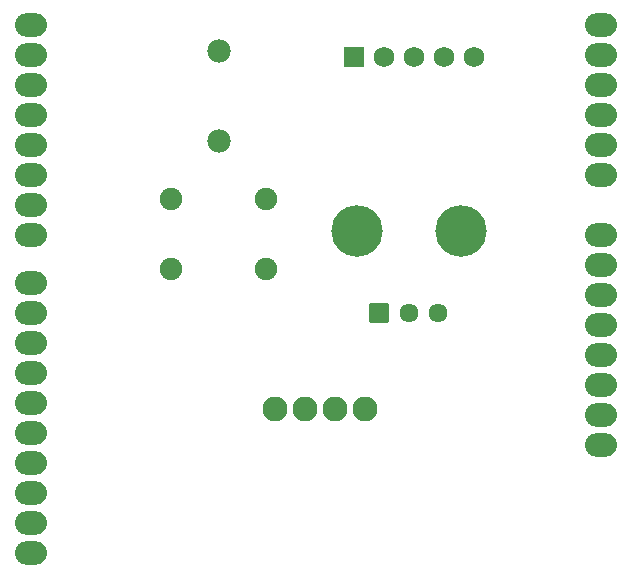
<source format=gts>
G04 Layer: TopSolderMaskLayer*
G04 EasyEDA v6.5.50, 2025-07-31 09:17:27*
G04 a04e246fe33543dbb79078118b7d9401,9fc561ef3718428cb41126dab8e1c2a1,10*
G04 Gerber Generator version 0.2*
G04 Scale: 100 percent, Rotated: No, Reflected: No *
G04 Dimensions in millimeters *
G04 leading zeros omitted , absolute positions ,4 integer and 5 decimal *
%FSLAX45Y45*%
%MOMM*%

%AMMACRO1*4,1,8,-0.7751,-0.8048,-0.8048,-0.7748,-0.8048,0.7751,-0.7751,0.8048,0.7748,0.8048,0.8048,0.7751,0.8048,-0.7748,0.7748,-0.8048,-0.7751,-0.8048,0*%
%AMMACRO2*4,1,8,-0.8461,-0.8758,-0.8758,-0.8458,-0.8758,0.8461,-0.8461,0.8758,0.8458,0.8758,0.8758,0.8461,0.8758,-0.8458,0.8458,-0.8758,-0.8461,-0.8758,0*%
%ADD10O,2.7031949999999996X2.0031963999999998*%
%ADD11MACRO1*%
%ADD12C,1.6096*%
%ADD13C,4.3617*%
%ADD14MACRO2*%
%ADD15C,1.7516*%
%ADD16C,2.1082*%
%ADD17C,1.9812*%
%ADD18C,1.9016*%
%ADD19C,0.0120*%

%LPD*%
D10*
G01*
X5753100Y-7328915D03*
G01*
X5753100Y-7074915D03*
G01*
X5753100Y-6820915D03*
G01*
X5753100Y-6566915D03*
G01*
X5753100Y-6312915D03*
G01*
X5753100Y-6058915D03*
G01*
X5753100Y-5804915D03*
G01*
X5753100Y-4026915D03*
G01*
X5753100Y-4280915D03*
G01*
X5753100Y-4534915D03*
G01*
X5753100Y-4788915D03*
G01*
X5753100Y-5042915D03*
G01*
X927100Y-7989315D03*
G01*
X927100Y-7735315D03*
G01*
X927100Y-7481315D03*
G01*
X927100Y-7227315D03*
G01*
X927100Y-6973315D03*
G01*
X927100Y-6719315D03*
G01*
X927100Y-6465315D03*
G01*
X927100Y-6211315D03*
G01*
X927100Y-5804915D03*
G01*
X927100Y-5550915D03*
G01*
X927100Y-5296915D03*
G01*
X927100Y-4026915D03*
G01*
X927100Y-4280915D03*
G01*
X927100Y-4534915D03*
G01*
X927100Y-4788915D03*
G01*
X5753100Y-5296915D03*
G01*
X927100Y-5042915D03*
G01*
X927100Y-8243315D03*
G01*
X927100Y-8497315D03*
G01*
X5753100Y-7582915D03*
D11*
G01*
X3873512Y-6464312D03*
D12*
G01*
X4123486Y-6464300D03*
G01*
X4373499Y-6464300D03*
D13*
G01*
X3683508Y-5764301D03*
G01*
X4563490Y-5764301D03*
D14*
G01*
X3659225Y-4292600D03*
D15*
G01*
X3913225Y-4292600D03*
G01*
X4167225Y-4292600D03*
G01*
X4421225Y-4292600D03*
G01*
X4675225Y-4292600D03*
D16*
G01*
X3754729Y-7278928D03*
G01*
X3500729Y-7278928D03*
G01*
X3246729Y-7278928D03*
G01*
X2992729Y-7278928D03*
D17*
G01*
X2514600Y-5003800D03*
G01*
X2514600Y-4241800D03*
D18*
G01*
X2914599Y-6093231D03*
G01*
X2114600Y-6093231D03*
G01*
X2914599Y-5493232D03*
G01*
X2114600Y-5493232D03*
M02*

</source>
